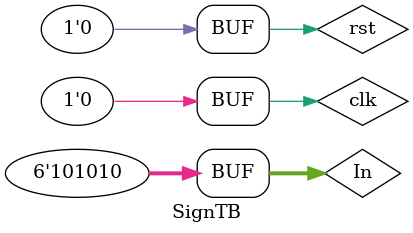
<source format=v>
`timescale 1ns / 1ps


module SignTB;

	// Inputs
	reg [5:0] In;
	reg clk;
	reg rst;

	// Outputs
	wire [9:0] Out;

	// Instantiate the Unit Under Test (UUT)
	SignExt uut (
		.rst(rst),
		.In(In), 
		.clk(clk), 
		.Out(Out)
	);

	initial begin
		// Initialize Inputs
		In = 0;
		clk = 0;

		// Wait 100 ns for global reset to finish
		#100
		rst = 1;
	
		#100
		rst = 0;
		
		#100;
		In = 6'b000111;
		clk = 1;
		
		#100;
		clk = 0;
		In = 6'b101010;
		
		#100
		clk = 1;
		
		#100
		clk = 0;
        
		// Add stimulus here

	end
      
endmodule


</source>
